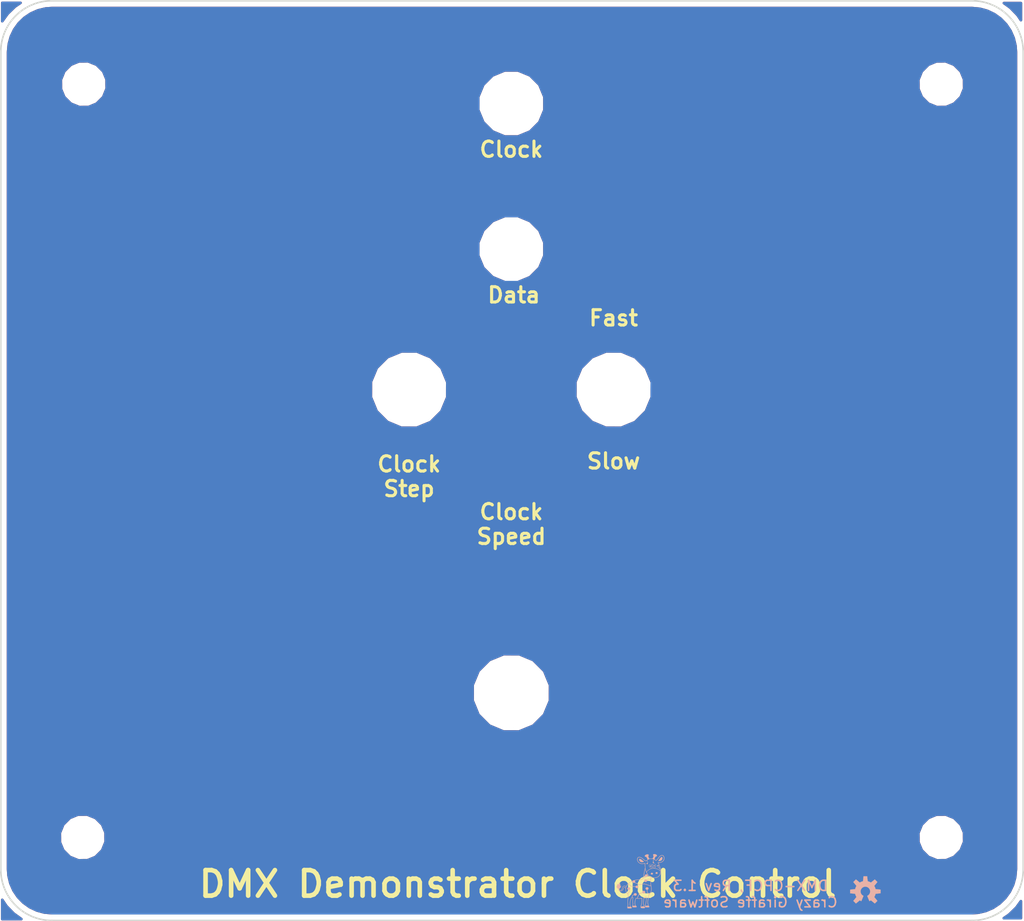
<source format=kicad_pcb>
(kicad_pcb (version 20171130) (host pcbnew "(5.0.0)")
  (title_block (title "DMX Demonstrator - Control-Pro Clock (DMX-CPCF)") (date 2023-12-04) (rev 1.3) (company "Crazy Giraffe Software") (comment 2 "Designed by: SparkyBobo") (comment 3 https://creativecommons.org/licenses/by-sa/4.0/) (comment 4 "Released under the Creative Commons Attribution Share-Alike 4.0m License"))
  (layers (0 F.Cu signal) (31 B.Cu signal) (34 B.Paste user hide) (35 F.Paste user hide) (36 B.SilkS user) (37 F.SilkS user) (38 B.Mask user hide) (39 F.Mask user hide) (44 Edge.Cuts user))
  (net 0 "")
  (module MountingHole:MountingHole_3.2mm_M3 (layer F.Cu) (at 137.038 116.416)
    (fp_text reference MH17 hide)
    (fp_text value MountingHole)
    (pad "" np_thru_hole circle (at 0 0) (size 6.3 6.3) (drill 6.3) (layers *.Cu *.Mask))
  )
  (module MountingHole:MountingHole_3.2mm_M3 (layer F.Cu) (at 147.038 86.742)
    (fp_text reference MH16 hide)
    (fp_text value MountingHole)
    (pad "" np_thru_hole circle (at 0 0) (size 6.2 6.2) (drill 6.2) (layers *.Cu *.Mask))
  )
  (module MountingHole:MountingHole_3.2mm_M3 (layer F.Cu) (at 127.038 86.742)
    (fp_text reference MH15 hide)
    (fp_text value MountingHole)
    (pad "" np_thru_hole circle (at 0 0) (size 6.2 6.2) (drill 6.2) (layers *.Cu *.Mask))
  )
  (module MountingHole:MountingHole_3.2mm_M3 (layer F.Cu) (at 137.038 72.992)
    (fp_text reference MH10 hide)
    (fp_text value MountingHole)
    (pad "" np_thru_hole circle (at 0 0) (size 5.2 5.2) (drill 5.2) (layers *.Cu *.Mask))
  )
  (module MountingHole:MountingHole_3.2mm_M3 (layer F.Cu) (at 137.038 58.742)
    (fp_text reference MH9 hide)
    (fp_text value MountingHole)
    (pad "" np_thru_hole circle (at 0 0) (size 5.2 5.2) (drill 5.2) (layers *.Cu *.Mask))
  )
  (module MountingHole:MountingHole_3.2mm_M3 (layer F.Cu) (at 179.088 130.566)
    (fp_text reference MH4 hide)
    (fp_text value MountingHole)
    (pad 1 np_thru_hole circle (at 0 0) (size 3.2 3.2) (drill 3.2) (layers *.Cu *.Mask))
  )
  (module MountingHole:MountingHole_3.2mm_M3 (layer F.Cu) (at 179.088 56.856)
    (fp_text reference MH3 hide)
    (fp_text value MountingHole)
    (pad 1 np_thru_hole circle (at 0 0) (size 3.2 3.2) (drill 3.2) (layers *.Cu *.Mask))
  )
  (module MountingHole:MountingHole_3.2mm_M3 (layer F.Cu) (at 95.118 130.566)
    (fp_text reference MH2 hide)
    (fp_text value MountingHole)
    (pad "" np_thru_hole circle (at 0 0) (size 3.2 3.2) (drill 3.2) (layers *.Cu *.Mask))
  )
  (module MountingHole:MountingHole_3.2mm_M3 (layer F.Cu) (at 95.218 56.856)
    (fp_text reference MH1 hide)
    (fp_text value MountingHole)
    (pad "" np_thru_hole circle (at 0 0) (size 3.2 3.2) (drill 3.2) (layers *.Cu *.Mask))
  )
  (module footprints:logo_cr_5x5 (layer B.Cu) (at 149.664 134.852 180)
    (fp_text reference G*** hide)
    (fp_text value LOGO hide)
  )
  (module Aesthetics:OSHW-LOGO-S (layer B.Cu) (at 171.664 135.852 180)
    (fp_text reference "" (at 0 0 180) (layer B.SilkS) (effects (font (size 1.524 1.524)) (justify mirror)))
    (fp_text value "" (at 0 0 180) (layer B.SilkS) (effects (font (size 1.524 1.524)) (justify mirror)))
  )
  (gr_line (start 92.104 138.692) (end 182.104 138.692) (layer Edge.Cuts) (width 0.1524))
  (gr_line (start 87.104 53.692) (end 87.104 133.692) (layer Edge.Cuts) (width 0.1524))
  (gr_line (start 182.104 48.692) (end 92.104 48.692) (layer Edge.Cuts) (width 0.1524))
  (gr_line (start 187.104 133.692) (end 187.104 53.692) (layer Edge.Cuts) (width 0.1524))
  (gr_arc (start 92.104 133.692) (end 87.104 133.692) (angle -90) (layer Edge.Cuts) (width 0.1524))
  (gr_arc (start 92.104 53.692) (end 92.104 48.692) (angle -90) (layer Edge.Cuts) (width 0.1524))
  (gr_arc (start 182.104 53.692) (end 187.104 53.692) (angle -90) (layer Edge.Cuts) (width 0.1524))
  (gr_arc (start 182.104 133.692) (end 182.104 138.692) (angle -90) (layer Edge.Cuts) (width 0.1524))
  (gr_text "DMX Demonstrator Clock Control" (at 137.668 135.128) (layer F.SilkS) (effects (font (size 2.5 2.5) (thickness 0.45))))
  (gr_text "Clock\nSpeed" (at 137.038 99.916) (layer F.SilkS) (effects (font (size 1.5 1.5) (thickness 0.3))))
  (gr_text Data (at 137.288 77.492) (layer F.SilkS) (effects (font (size 1.5 1.5) (thickness 0.3))))
  (gr_text Clock (at 137.038 63.242) (layer F.SilkS) (effects (font (size 1.5 1.5) (thickness 0.3))))
  (gr_text "DMX-CPCF, Rev 1.3\nCrazy Giraffe Software" (at 160.414 136.102) (layer B.SilkS) (effects (font (size 1 1)) (justify mirror)))
  (gr_text Fast (at 147.038 79.742) (layer F.SilkS) (effects (font (size 1.5 1.5) (thickness 0.3))))
  (gr_text Slow (at 147.038 93.742) (layer F.SilkS) (effects (font (size 1.5 1.5) (thickness 0.3))))
  (gr_text "Clock\nStep" (at 127.038 95.242) (layer F.SilkS) (effects (font (size 1.5 1.5) (thickness 0.3))))
  (zone (net 0) (net_name "") (layer B.Cu) (connect_pads (clearance 0.508)) (min_thickness 0.254) (fill yes (arc_segments 16) (thermal_gap 0.508) (thermal_bridge_width 0.508))
    (polygon (pts (xy 87.122 48.768) (xy 187.004 48.792) (xy 187.004 138.592) (xy 87.122 138.684)))
  )
  (zone (net 0) (net_name "") (layer F.Cu) (connect_pads (clearance 0.508)) (min_thickness 0.254) (fill yes (arc_segments 16) (thermal_gap 0.508) (thermal_bridge_width 0.508))
    (polygon (pts (xy 87.122 48.768) (xy 187.004 48.792) (xy 187.004 138.592) (xy 87.122 138.684)))
  )
)
</source>
